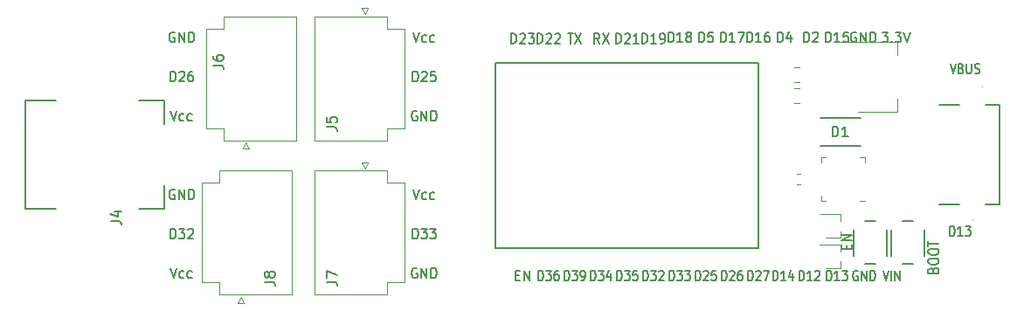
<source format=gbr>
G04 #@! TF.GenerationSoftware,KiCad,Pcbnew,(5.0.2)-1*
G04 #@! TF.CreationDate,2021-04-18T22:49:00+09:00*
G04 #@! TF.ProjectId,ESP32_LED,45535033-325f-44c4-9544-2e6b69636164,rev?*
G04 #@! TF.SameCoordinates,Original*
G04 #@! TF.FileFunction,Legend,Top*
G04 #@! TF.FilePolarity,Positive*
%FSLAX46Y46*%
G04 Gerber Fmt 4.6, Leading zero omitted, Abs format (unit mm)*
G04 Created by KiCad (PCBNEW (5.0.2)-1) date 2021/04/18 22:49:00*
%MOMM*%
%LPD*%
G01*
G04 APERTURE LIST*
%ADD10C,0.150000*%
%ADD11C,0.120000*%
%ADD12C,0.100000*%
G04 APERTURE END LIST*
D10*
X128219285Y-96020000D02*
X128133571Y-95972380D01*
X128005000Y-95972380D01*
X127876428Y-96020000D01*
X127790714Y-96115238D01*
X127747857Y-96210476D01*
X127705000Y-96400952D01*
X127705000Y-96543809D01*
X127747857Y-96734285D01*
X127790714Y-96829523D01*
X127876428Y-96924761D01*
X128005000Y-96972380D01*
X128090714Y-96972380D01*
X128219285Y-96924761D01*
X128262142Y-96877142D01*
X128262142Y-96543809D01*
X128090714Y-96543809D01*
X128647857Y-96972380D02*
X128647857Y-95972380D01*
X129162142Y-96972380D01*
X129162142Y-95972380D01*
X129590714Y-96972380D02*
X129590714Y-95972380D01*
X129805000Y-95972380D01*
X129933571Y-96020000D01*
X130019285Y-96115238D01*
X130062142Y-96210476D01*
X130105000Y-96400952D01*
X130105000Y-96543809D01*
X130062142Y-96734285D01*
X130019285Y-96829523D01*
X129933571Y-96924761D01*
X129805000Y-96972380D01*
X129590714Y-96972380D01*
X128219285Y-80780000D02*
X128133571Y-80732380D01*
X128005000Y-80732380D01*
X127876428Y-80780000D01*
X127790714Y-80875238D01*
X127747857Y-80970476D01*
X127705000Y-81160952D01*
X127705000Y-81303809D01*
X127747857Y-81494285D01*
X127790714Y-81589523D01*
X127876428Y-81684761D01*
X128005000Y-81732380D01*
X128090714Y-81732380D01*
X128219285Y-81684761D01*
X128262142Y-81637142D01*
X128262142Y-81303809D01*
X128090714Y-81303809D01*
X128647857Y-81732380D02*
X128647857Y-80732380D01*
X129162142Y-81732380D01*
X129162142Y-80732380D01*
X129590714Y-81732380D02*
X129590714Y-80732380D01*
X129805000Y-80732380D01*
X129933571Y-80780000D01*
X130019285Y-80875238D01*
X130062142Y-80970476D01*
X130105000Y-81160952D01*
X130105000Y-81303809D01*
X130062142Y-81494285D01*
X130019285Y-81589523D01*
X129933571Y-81684761D01*
X129805000Y-81732380D01*
X129590714Y-81732380D01*
X127833571Y-73112380D02*
X128133571Y-74112380D01*
X128433571Y-73112380D01*
X129119285Y-74064761D02*
X129033571Y-74112380D01*
X128862142Y-74112380D01*
X128776428Y-74064761D01*
X128733571Y-74017142D01*
X128690714Y-73921904D01*
X128690714Y-73636190D01*
X128733571Y-73540952D01*
X128776428Y-73493333D01*
X128862142Y-73445714D01*
X129033571Y-73445714D01*
X129119285Y-73493333D01*
X129890714Y-74064761D02*
X129805000Y-74112380D01*
X129633571Y-74112380D01*
X129547857Y-74064761D01*
X129505000Y-74017142D01*
X129462142Y-73921904D01*
X129462142Y-73636190D01*
X129505000Y-73540952D01*
X129547857Y-73493333D01*
X129633571Y-73445714D01*
X129805000Y-73445714D01*
X129890714Y-73493333D01*
X127833571Y-88352380D02*
X128133571Y-89352380D01*
X128433571Y-88352380D01*
X129119285Y-89304761D02*
X129033571Y-89352380D01*
X128862142Y-89352380D01*
X128776428Y-89304761D01*
X128733571Y-89257142D01*
X128690714Y-89161904D01*
X128690714Y-88876190D01*
X128733571Y-88780952D01*
X128776428Y-88733333D01*
X128862142Y-88685714D01*
X129033571Y-88685714D01*
X129119285Y-88733333D01*
X129890714Y-89304761D02*
X129805000Y-89352380D01*
X129633571Y-89352380D01*
X129547857Y-89304761D01*
X129505000Y-89257142D01*
X129462142Y-89161904D01*
X129462142Y-88876190D01*
X129505000Y-88780952D01*
X129547857Y-88733333D01*
X129633571Y-88685714D01*
X129805000Y-88685714D01*
X129890714Y-88733333D01*
X104338571Y-80732380D02*
X104638571Y-81732380D01*
X104938571Y-80732380D01*
X105624285Y-81684761D02*
X105538571Y-81732380D01*
X105367142Y-81732380D01*
X105281428Y-81684761D01*
X105238571Y-81637142D01*
X105195714Y-81541904D01*
X105195714Y-81256190D01*
X105238571Y-81160952D01*
X105281428Y-81113333D01*
X105367142Y-81065714D01*
X105538571Y-81065714D01*
X105624285Y-81113333D01*
X106395714Y-81684761D02*
X106310000Y-81732380D01*
X106138571Y-81732380D01*
X106052857Y-81684761D01*
X106010000Y-81637142D01*
X105967142Y-81541904D01*
X105967142Y-81256190D01*
X106010000Y-81160952D01*
X106052857Y-81113333D01*
X106138571Y-81065714D01*
X106310000Y-81065714D01*
X106395714Y-81113333D01*
X179889333Y-76160380D02*
X180156000Y-77160380D01*
X180422666Y-76160380D01*
X180956000Y-76636571D02*
X181070285Y-76684190D01*
X181108380Y-76731809D01*
X181146476Y-76827047D01*
X181146476Y-76969904D01*
X181108380Y-77065142D01*
X181070285Y-77112761D01*
X180994095Y-77160380D01*
X180689333Y-77160380D01*
X180689333Y-76160380D01*
X180956000Y-76160380D01*
X181032190Y-76208000D01*
X181070285Y-76255619D01*
X181108380Y-76350857D01*
X181108380Y-76446095D01*
X181070285Y-76541333D01*
X181032190Y-76588952D01*
X180956000Y-76636571D01*
X180689333Y-76636571D01*
X181489333Y-76160380D02*
X181489333Y-76969904D01*
X181527428Y-77065142D01*
X181565523Y-77112761D01*
X181641714Y-77160380D01*
X181794095Y-77160380D01*
X181870285Y-77112761D01*
X181908380Y-77065142D01*
X181946476Y-76969904D01*
X181946476Y-76160380D01*
X182289333Y-77112761D02*
X182403619Y-77160380D01*
X182594095Y-77160380D01*
X182670285Y-77112761D01*
X182708380Y-77065142D01*
X182746476Y-76969904D01*
X182746476Y-76874666D01*
X182708380Y-76779428D01*
X182670285Y-76731809D01*
X182594095Y-76684190D01*
X182441714Y-76636571D01*
X182365523Y-76588952D01*
X182327428Y-76541333D01*
X182289333Y-76446095D01*
X182289333Y-76350857D01*
X182327428Y-76255619D01*
X182365523Y-76208000D01*
X182441714Y-76160380D01*
X182632190Y-76160380D01*
X182746476Y-76208000D01*
X179876571Y-92908380D02*
X179876571Y-91908380D01*
X180067047Y-91908380D01*
X180181333Y-91956000D01*
X180257523Y-92051238D01*
X180295619Y-92146476D01*
X180333714Y-92336952D01*
X180333714Y-92479809D01*
X180295619Y-92670285D01*
X180257523Y-92765523D01*
X180181333Y-92860761D01*
X180067047Y-92908380D01*
X179876571Y-92908380D01*
X181095619Y-92908380D02*
X180638476Y-92908380D01*
X180867047Y-92908380D02*
X180867047Y-91908380D01*
X180790857Y-92051238D01*
X180714666Y-92146476D01*
X180638476Y-92194095D01*
X181362285Y-91908380D02*
X181857523Y-91908380D01*
X181590857Y-92289333D01*
X181705142Y-92289333D01*
X181781333Y-92336952D01*
X181819428Y-92384571D01*
X181857523Y-92479809D01*
X181857523Y-92717904D01*
X181819428Y-92813142D01*
X181781333Y-92860761D01*
X181705142Y-92908380D01*
X181476571Y-92908380D01*
X181400380Y-92860761D01*
X181362285Y-92813142D01*
X173296428Y-73112380D02*
X173853571Y-73112380D01*
X173553571Y-73493333D01*
X173682142Y-73493333D01*
X173767857Y-73540952D01*
X173810714Y-73588571D01*
X173853571Y-73683809D01*
X173853571Y-73921904D01*
X173810714Y-74017142D01*
X173767857Y-74064761D01*
X173682142Y-74112380D01*
X173425000Y-74112380D01*
X173339285Y-74064761D01*
X173296428Y-74017142D01*
X174239285Y-74017142D02*
X174282142Y-74064761D01*
X174239285Y-74112380D01*
X174196428Y-74064761D01*
X174239285Y-74017142D01*
X174239285Y-74112380D01*
X174582142Y-73112380D02*
X175139285Y-73112380D01*
X174839285Y-73493333D01*
X174967857Y-73493333D01*
X175053571Y-73540952D01*
X175096428Y-73588571D01*
X175139285Y-73683809D01*
X175139285Y-73921904D01*
X175096428Y-74017142D01*
X175053571Y-74064761D01*
X174967857Y-74112380D01*
X174710714Y-74112380D01*
X174625000Y-74064761D01*
X174582142Y-74017142D01*
X175396428Y-73112380D02*
X175696428Y-74112380D01*
X175996428Y-73112380D01*
X170764285Y-73160000D02*
X170678571Y-73112380D01*
X170550000Y-73112380D01*
X170421428Y-73160000D01*
X170335714Y-73255238D01*
X170292857Y-73350476D01*
X170250000Y-73540952D01*
X170250000Y-73683809D01*
X170292857Y-73874285D01*
X170335714Y-73969523D01*
X170421428Y-74064761D01*
X170550000Y-74112380D01*
X170635714Y-74112380D01*
X170764285Y-74064761D01*
X170807142Y-74017142D01*
X170807142Y-73683809D01*
X170635714Y-73683809D01*
X171192857Y-74112380D02*
X171192857Y-73112380D01*
X171707142Y-74112380D01*
X171707142Y-73112380D01*
X172135714Y-74112380D02*
X172135714Y-73112380D01*
X172350000Y-73112380D01*
X172478571Y-73160000D01*
X172564285Y-73255238D01*
X172607142Y-73350476D01*
X172650000Y-73540952D01*
X172650000Y-73683809D01*
X172607142Y-73874285D01*
X172564285Y-73969523D01*
X172478571Y-74064761D01*
X172350000Y-74112380D01*
X172135714Y-74112380D01*
X167817142Y-74112380D02*
X167817142Y-73112380D01*
X168031428Y-73112380D01*
X168160000Y-73160000D01*
X168245714Y-73255238D01*
X168288571Y-73350476D01*
X168331428Y-73540952D01*
X168331428Y-73683809D01*
X168288571Y-73874285D01*
X168245714Y-73969523D01*
X168160000Y-74064761D01*
X168031428Y-74112380D01*
X167817142Y-74112380D01*
X169188571Y-74112380D02*
X168674285Y-74112380D01*
X168931428Y-74112380D02*
X168931428Y-73112380D01*
X168845714Y-73255238D01*
X168760000Y-73350476D01*
X168674285Y-73398095D01*
X170002857Y-73112380D02*
X169574285Y-73112380D01*
X169531428Y-73588571D01*
X169574285Y-73540952D01*
X169660000Y-73493333D01*
X169874285Y-73493333D01*
X169960000Y-73540952D01*
X170002857Y-73588571D01*
X170045714Y-73683809D01*
X170045714Y-73921904D01*
X170002857Y-74017142D01*
X169960000Y-74064761D01*
X169874285Y-74112380D01*
X169660000Y-74112380D01*
X169574285Y-74064761D01*
X169531428Y-74017142D01*
X165705714Y-74112380D02*
X165705714Y-73112380D01*
X165920000Y-73112380D01*
X166048571Y-73160000D01*
X166134285Y-73255238D01*
X166177142Y-73350476D01*
X166220000Y-73540952D01*
X166220000Y-73683809D01*
X166177142Y-73874285D01*
X166134285Y-73969523D01*
X166048571Y-74064761D01*
X165920000Y-74112380D01*
X165705714Y-74112380D01*
X166562857Y-73207619D02*
X166605714Y-73160000D01*
X166691428Y-73112380D01*
X166905714Y-73112380D01*
X166991428Y-73160000D01*
X167034285Y-73207619D01*
X167077142Y-73302857D01*
X167077142Y-73398095D01*
X167034285Y-73540952D01*
X166520000Y-74112380D01*
X167077142Y-74112380D01*
X163165714Y-74112380D02*
X163165714Y-73112380D01*
X163380000Y-73112380D01*
X163508571Y-73160000D01*
X163594285Y-73255238D01*
X163637142Y-73350476D01*
X163680000Y-73540952D01*
X163680000Y-73683809D01*
X163637142Y-73874285D01*
X163594285Y-73969523D01*
X163508571Y-74064761D01*
X163380000Y-74112380D01*
X163165714Y-74112380D01*
X164451428Y-73445714D02*
X164451428Y-74112380D01*
X164237142Y-73064761D02*
X164022857Y-73779047D01*
X164580000Y-73779047D01*
X160197142Y-74112380D02*
X160197142Y-73112380D01*
X160411428Y-73112380D01*
X160540000Y-73160000D01*
X160625714Y-73255238D01*
X160668571Y-73350476D01*
X160711428Y-73540952D01*
X160711428Y-73683809D01*
X160668571Y-73874285D01*
X160625714Y-73969523D01*
X160540000Y-74064761D01*
X160411428Y-74112380D01*
X160197142Y-74112380D01*
X161568571Y-74112380D02*
X161054285Y-74112380D01*
X161311428Y-74112380D02*
X161311428Y-73112380D01*
X161225714Y-73255238D01*
X161140000Y-73350476D01*
X161054285Y-73398095D01*
X162340000Y-73112380D02*
X162168571Y-73112380D01*
X162082857Y-73160000D01*
X162040000Y-73207619D01*
X161954285Y-73350476D01*
X161911428Y-73540952D01*
X161911428Y-73921904D01*
X161954285Y-74017142D01*
X161997142Y-74064761D01*
X162082857Y-74112380D01*
X162254285Y-74112380D01*
X162340000Y-74064761D01*
X162382857Y-74017142D01*
X162425714Y-73921904D01*
X162425714Y-73683809D01*
X162382857Y-73588571D01*
X162340000Y-73540952D01*
X162254285Y-73493333D01*
X162082857Y-73493333D01*
X161997142Y-73540952D01*
X161954285Y-73588571D01*
X161911428Y-73683809D01*
X157657142Y-74112380D02*
X157657142Y-73112380D01*
X157871428Y-73112380D01*
X158000000Y-73160000D01*
X158085714Y-73255238D01*
X158128571Y-73350476D01*
X158171428Y-73540952D01*
X158171428Y-73683809D01*
X158128571Y-73874285D01*
X158085714Y-73969523D01*
X158000000Y-74064761D01*
X157871428Y-74112380D01*
X157657142Y-74112380D01*
X159028571Y-74112380D02*
X158514285Y-74112380D01*
X158771428Y-74112380D02*
X158771428Y-73112380D01*
X158685714Y-73255238D01*
X158600000Y-73350476D01*
X158514285Y-73398095D01*
X159328571Y-73112380D02*
X159928571Y-73112380D01*
X159542857Y-74112380D01*
X155545714Y-74112380D02*
X155545714Y-73112380D01*
X155760000Y-73112380D01*
X155888571Y-73160000D01*
X155974285Y-73255238D01*
X156017142Y-73350476D01*
X156060000Y-73540952D01*
X156060000Y-73683809D01*
X156017142Y-73874285D01*
X155974285Y-73969523D01*
X155888571Y-74064761D01*
X155760000Y-74112380D01*
X155545714Y-74112380D01*
X156874285Y-73112380D02*
X156445714Y-73112380D01*
X156402857Y-73588571D01*
X156445714Y-73540952D01*
X156531428Y-73493333D01*
X156745714Y-73493333D01*
X156831428Y-73540952D01*
X156874285Y-73588571D01*
X156917142Y-73683809D01*
X156917142Y-73921904D01*
X156874285Y-74017142D01*
X156831428Y-74064761D01*
X156745714Y-74112380D01*
X156531428Y-74112380D01*
X156445714Y-74064761D01*
X156402857Y-74017142D01*
X152577142Y-74112380D02*
X152577142Y-73112380D01*
X152791428Y-73112380D01*
X152920000Y-73160000D01*
X153005714Y-73255238D01*
X153048571Y-73350476D01*
X153091428Y-73540952D01*
X153091428Y-73683809D01*
X153048571Y-73874285D01*
X153005714Y-73969523D01*
X152920000Y-74064761D01*
X152791428Y-74112380D01*
X152577142Y-74112380D01*
X153948571Y-74112380D02*
X153434285Y-74112380D01*
X153691428Y-74112380D02*
X153691428Y-73112380D01*
X153605714Y-73255238D01*
X153520000Y-73350476D01*
X153434285Y-73398095D01*
X154462857Y-73540952D02*
X154377142Y-73493333D01*
X154334285Y-73445714D01*
X154291428Y-73350476D01*
X154291428Y-73302857D01*
X154334285Y-73207619D01*
X154377142Y-73160000D01*
X154462857Y-73112380D01*
X154634285Y-73112380D01*
X154720000Y-73160000D01*
X154762857Y-73207619D01*
X154805714Y-73302857D01*
X154805714Y-73350476D01*
X154762857Y-73445714D01*
X154720000Y-73493333D01*
X154634285Y-73540952D01*
X154462857Y-73540952D01*
X154377142Y-73588571D01*
X154334285Y-73636190D01*
X154291428Y-73731428D01*
X154291428Y-73921904D01*
X154334285Y-74017142D01*
X154377142Y-74064761D01*
X154462857Y-74112380D01*
X154634285Y-74112380D01*
X154720000Y-74064761D01*
X154762857Y-74017142D01*
X154805714Y-73921904D01*
X154805714Y-73731428D01*
X154762857Y-73636190D01*
X154720000Y-73588571D01*
X154634285Y-73540952D01*
X150037142Y-74239380D02*
X150037142Y-73239380D01*
X150251428Y-73239380D01*
X150380000Y-73287000D01*
X150465714Y-73382238D01*
X150508571Y-73477476D01*
X150551428Y-73667952D01*
X150551428Y-73810809D01*
X150508571Y-74001285D01*
X150465714Y-74096523D01*
X150380000Y-74191761D01*
X150251428Y-74239380D01*
X150037142Y-74239380D01*
X151408571Y-74239380D02*
X150894285Y-74239380D01*
X151151428Y-74239380D02*
X151151428Y-73239380D01*
X151065714Y-73382238D01*
X150980000Y-73477476D01*
X150894285Y-73525095D01*
X151837142Y-74239380D02*
X152008571Y-74239380D01*
X152094285Y-74191761D01*
X152137142Y-74144142D01*
X152222857Y-74001285D01*
X152265714Y-73810809D01*
X152265714Y-73429857D01*
X152222857Y-73334619D01*
X152180000Y-73287000D01*
X152094285Y-73239380D01*
X151922857Y-73239380D01*
X151837142Y-73287000D01*
X151794285Y-73334619D01*
X151751428Y-73429857D01*
X151751428Y-73667952D01*
X151794285Y-73763190D01*
X151837142Y-73810809D01*
X151922857Y-73858428D01*
X152094285Y-73858428D01*
X152180000Y-73810809D01*
X152222857Y-73763190D01*
X152265714Y-73667952D01*
X147497142Y-74239380D02*
X147497142Y-73239380D01*
X147711428Y-73239380D01*
X147840000Y-73287000D01*
X147925714Y-73382238D01*
X147968571Y-73477476D01*
X148011428Y-73667952D01*
X148011428Y-73810809D01*
X147968571Y-74001285D01*
X147925714Y-74096523D01*
X147840000Y-74191761D01*
X147711428Y-74239380D01*
X147497142Y-74239380D01*
X148354285Y-73334619D02*
X148397142Y-73287000D01*
X148482857Y-73239380D01*
X148697142Y-73239380D01*
X148782857Y-73287000D01*
X148825714Y-73334619D01*
X148868571Y-73429857D01*
X148868571Y-73525095D01*
X148825714Y-73667952D01*
X148311428Y-74239380D01*
X148868571Y-74239380D01*
X149725714Y-74239380D02*
X149211428Y-74239380D01*
X149468571Y-74239380D02*
X149468571Y-73239380D01*
X149382857Y-73382238D01*
X149297142Y-73477476D01*
X149211428Y-73525095D01*
X145900000Y-74239380D02*
X145600000Y-73763190D01*
X145385714Y-74239380D02*
X145385714Y-73239380D01*
X145728571Y-73239380D01*
X145814285Y-73287000D01*
X145857142Y-73334619D01*
X145900000Y-73429857D01*
X145900000Y-73572714D01*
X145857142Y-73667952D01*
X145814285Y-73715571D01*
X145728571Y-73763190D01*
X145385714Y-73763190D01*
X146200000Y-73239380D02*
X146800000Y-74239380D01*
X146800000Y-73239380D02*
X146200000Y-74239380D01*
X142824285Y-73239380D02*
X143338571Y-73239380D01*
X143081428Y-74239380D02*
X143081428Y-73239380D01*
X143552857Y-73239380D02*
X144152857Y-74239380D01*
X144152857Y-73239380D02*
X143552857Y-74239380D01*
X139877142Y-74239380D02*
X139877142Y-73239380D01*
X140091428Y-73239380D01*
X140220000Y-73287000D01*
X140305714Y-73382238D01*
X140348571Y-73477476D01*
X140391428Y-73667952D01*
X140391428Y-73810809D01*
X140348571Y-74001285D01*
X140305714Y-74096523D01*
X140220000Y-74191761D01*
X140091428Y-74239380D01*
X139877142Y-74239380D01*
X140734285Y-73334619D02*
X140777142Y-73287000D01*
X140862857Y-73239380D01*
X141077142Y-73239380D01*
X141162857Y-73287000D01*
X141205714Y-73334619D01*
X141248571Y-73429857D01*
X141248571Y-73525095D01*
X141205714Y-73667952D01*
X140691428Y-74239380D01*
X141248571Y-74239380D01*
X141591428Y-73334619D02*
X141634285Y-73287000D01*
X141720000Y-73239380D01*
X141934285Y-73239380D01*
X142020000Y-73287000D01*
X142062857Y-73334619D01*
X142105714Y-73429857D01*
X142105714Y-73525095D01*
X142062857Y-73667952D01*
X141548571Y-74239380D01*
X142105714Y-74239380D01*
X137337142Y-74239380D02*
X137337142Y-73239380D01*
X137551428Y-73239380D01*
X137680000Y-73287000D01*
X137765714Y-73382238D01*
X137808571Y-73477476D01*
X137851428Y-73667952D01*
X137851428Y-73810809D01*
X137808571Y-74001285D01*
X137765714Y-74096523D01*
X137680000Y-74191761D01*
X137551428Y-74239380D01*
X137337142Y-74239380D01*
X138194285Y-73334619D02*
X138237142Y-73287000D01*
X138322857Y-73239380D01*
X138537142Y-73239380D01*
X138622857Y-73287000D01*
X138665714Y-73334619D01*
X138708571Y-73429857D01*
X138708571Y-73525095D01*
X138665714Y-73667952D01*
X138151428Y-74239380D01*
X138708571Y-74239380D01*
X139008571Y-73239380D02*
X139565714Y-73239380D01*
X139265714Y-73620333D01*
X139394285Y-73620333D01*
X139480000Y-73667952D01*
X139522857Y-73715571D01*
X139565714Y-73810809D01*
X139565714Y-74048904D01*
X139522857Y-74144142D01*
X139480000Y-74191761D01*
X139394285Y-74239380D01*
X139137142Y-74239380D01*
X139051428Y-74191761D01*
X139008571Y-74144142D01*
X104724285Y-88400000D02*
X104638571Y-88352380D01*
X104510000Y-88352380D01*
X104381428Y-88400000D01*
X104295714Y-88495238D01*
X104252857Y-88590476D01*
X104210000Y-88780952D01*
X104210000Y-88923809D01*
X104252857Y-89114285D01*
X104295714Y-89209523D01*
X104381428Y-89304761D01*
X104510000Y-89352380D01*
X104595714Y-89352380D01*
X104724285Y-89304761D01*
X104767142Y-89257142D01*
X104767142Y-88923809D01*
X104595714Y-88923809D01*
X105152857Y-89352380D02*
X105152857Y-88352380D01*
X105667142Y-89352380D01*
X105667142Y-88352380D01*
X106095714Y-89352380D02*
X106095714Y-88352380D01*
X106310000Y-88352380D01*
X106438571Y-88400000D01*
X106524285Y-88495238D01*
X106567142Y-88590476D01*
X106610000Y-88780952D01*
X106610000Y-88923809D01*
X106567142Y-89114285D01*
X106524285Y-89209523D01*
X106438571Y-89304761D01*
X106310000Y-89352380D01*
X106095714Y-89352380D01*
X104724285Y-73160000D02*
X104638571Y-73112380D01*
X104510000Y-73112380D01*
X104381428Y-73160000D01*
X104295714Y-73255238D01*
X104252857Y-73350476D01*
X104210000Y-73540952D01*
X104210000Y-73683809D01*
X104252857Y-73874285D01*
X104295714Y-73969523D01*
X104381428Y-74064761D01*
X104510000Y-74112380D01*
X104595714Y-74112380D01*
X104724285Y-74064761D01*
X104767142Y-74017142D01*
X104767142Y-73683809D01*
X104595714Y-73683809D01*
X105152857Y-74112380D02*
X105152857Y-73112380D01*
X105667142Y-74112380D01*
X105667142Y-73112380D01*
X106095714Y-74112380D02*
X106095714Y-73112380D01*
X106310000Y-73112380D01*
X106438571Y-73160000D01*
X106524285Y-73255238D01*
X106567142Y-73350476D01*
X106610000Y-73540952D01*
X106610000Y-73683809D01*
X106567142Y-73874285D01*
X106524285Y-73969523D01*
X106438571Y-74064761D01*
X106310000Y-74112380D01*
X106095714Y-74112380D01*
X104338571Y-95972380D02*
X104638571Y-96972380D01*
X104938571Y-95972380D01*
X105624285Y-96924761D02*
X105538571Y-96972380D01*
X105367142Y-96972380D01*
X105281428Y-96924761D01*
X105238571Y-96877142D01*
X105195714Y-96781904D01*
X105195714Y-96496190D01*
X105238571Y-96400952D01*
X105281428Y-96353333D01*
X105367142Y-96305714D01*
X105538571Y-96305714D01*
X105624285Y-96353333D01*
X106395714Y-96924761D02*
X106310000Y-96972380D01*
X106138571Y-96972380D01*
X106052857Y-96924761D01*
X106010000Y-96877142D01*
X105967142Y-96781904D01*
X105967142Y-96496190D01*
X106010000Y-96400952D01*
X106052857Y-96353333D01*
X106138571Y-96305714D01*
X106310000Y-96305714D01*
X106395714Y-96353333D01*
X178236571Y-96217428D02*
X178284190Y-96088857D01*
X178331809Y-96046000D01*
X178427047Y-96003142D01*
X178569904Y-96003142D01*
X178665142Y-96046000D01*
X178712761Y-96088857D01*
X178760380Y-96174571D01*
X178760380Y-96517428D01*
X177760380Y-96517428D01*
X177760380Y-96217428D01*
X177808000Y-96131714D01*
X177855619Y-96088857D01*
X177950857Y-96046000D01*
X178046095Y-96046000D01*
X178141333Y-96088857D01*
X178188952Y-96131714D01*
X178236571Y-96217428D01*
X178236571Y-96517428D01*
X177760380Y-95446000D02*
X177760380Y-95274571D01*
X177808000Y-95188857D01*
X177903238Y-95103142D01*
X178093714Y-95060285D01*
X178427047Y-95060285D01*
X178617523Y-95103142D01*
X178712761Y-95188857D01*
X178760380Y-95274571D01*
X178760380Y-95446000D01*
X178712761Y-95531714D01*
X178617523Y-95617428D01*
X178427047Y-95660285D01*
X178093714Y-95660285D01*
X177903238Y-95617428D01*
X177808000Y-95531714D01*
X177760380Y-95446000D01*
X177760380Y-94503142D02*
X177760380Y-94331714D01*
X177808000Y-94246000D01*
X177903238Y-94160285D01*
X178093714Y-94117428D01*
X178427047Y-94117428D01*
X178617523Y-94160285D01*
X178712761Y-94246000D01*
X178760380Y-94331714D01*
X178760380Y-94503142D01*
X178712761Y-94588857D01*
X178617523Y-94674571D01*
X178427047Y-94717428D01*
X178093714Y-94717428D01*
X177903238Y-94674571D01*
X177808000Y-94588857D01*
X177760380Y-94503142D01*
X177760380Y-93860285D02*
X177760380Y-93346000D01*
X178760380Y-93603142D02*
X177760380Y-93603142D01*
X169854571Y-94136285D02*
X169854571Y-93836285D01*
X170378380Y-93707714D02*
X170378380Y-94136285D01*
X169378380Y-94136285D01*
X169378380Y-93707714D01*
X170378380Y-93322000D02*
X169378380Y-93322000D01*
X170378380Y-92807714D01*
X169378380Y-92807714D01*
X104317142Y-93162380D02*
X104317142Y-92162380D01*
X104531428Y-92162380D01*
X104660000Y-92210000D01*
X104745714Y-92305238D01*
X104788571Y-92400476D01*
X104831428Y-92590952D01*
X104831428Y-92733809D01*
X104788571Y-92924285D01*
X104745714Y-93019523D01*
X104660000Y-93114761D01*
X104531428Y-93162380D01*
X104317142Y-93162380D01*
X105131428Y-92162380D02*
X105688571Y-92162380D01*
X105388571Y-92543333D01*
X105517142Y-92543333D01*
X105602857Y-92590952D01*
X105645714Y-92638571D01*
X105688571Y-92733809D01*
X105688571Y-92971904D01*
X105645714Y-93067142D01*
X105602857Y-93114761D01*
X105517142Y-93162380D01*
X105260000Y-93162380D01*
X105174285Y-93114761D01*
X105131428Y-93067142D01*
X106031428Y-92257619D02*
X106074285Y-92210000D01*
X106160000Y-92162380D01*
X106374285Y-92162380D01*
X106460000Y-92210000D01*
X106502857Y-92257619D01*
X106545714Y-92352857D01*
X106545714Y-92448095D01*
X106502857Y-92590952D01*
X105988571Y-93162380D01*
X106545714Y-93162380D01*
X127812142Y-93162380D02*
X127812142Y-92162380D01*
X128026428Y-92162380D01*
X128155000Y-92210000D01*
X128240714Y-92305238D01*
X128283571Y-92400476D01*
X128326428Y-92590952D01*
X128326428Y-92733809D01*
X128283571Y-92924285D01*
X128240714Y-93019523D01*
X128155000Y-93114761D01*
X128026428Y-93162380D01*
X127812142Y-93162380D01*
X128626428Y-92162380D02*
X129183571Y-92162380D01*
X128883571Y-92543333D01*
X129012142Y-92543333D01*
X129097857Y-92590952D01*
X129140714Y-92638571D01*
X129183571Y-92733809D01*
X129183571Y-92971904D01*
X129140714Y-93067142D01*
X129097857Y-93114761D01*
X129012142Y-93162380D01*
X128755000Y-93162380D01*
X128669285Y-93114761D01*
X128626428Y-93067142D01*
X129483571Y-92162380D02*
X130040714Y-92162380D01*
X129740714Y-92543333D01*
X129869285Y-92543333D01*
X129955000Y-92590952D01*
X129997857Y-92638571D01*
X130040714Y-92733809D01*
X130040714Y-92971904D01*
X129997857Y-93067142D01*
X129955000Y-93114761D01*
X129869285Y-93162380D01*
X129612142Y-93162380D01*
X129526428Y-93114761D01*
X129483571Y-93067142D01*
X104317142Y-77922380D02*
X104317142Y-76922380D01*
X104531428Y-76922380D01*
X104660000Y-76970000D01*
X104745714Y-77065238D01*
X104788571Y-77160476D01*
X104831428Y-77350952D01*
X104831428Y-77493809D01*
X104788571Y-77684285D01*
X104745714Y-77779523D01*
X104660000Y-77874761D01*
X104531428Y-77922380D01*
X104317142Y-77922380D01*
X105174285Y-77017619D02*
X105217142Y-76970000D01*
X105302857Y-76922380D01*
X105517142Y-76922380D01*
X105602857Y-76970000D01*
X105645714Y-77017619D01*
X105688571Y-77112857D01*
X105688571Y-77208095D01*
X105645714Y-77350952D01*
X105131428Y-77922380D01*
X105688571Y-77922380D01*
X106460000Y-76922380D02*
X106288571Y-76922380D01*
X106202857Y-76970000D01*
X106160000Y-77017619D01*
X106074285Y-77160476D01*
X106031428Y-77350952D01*
X106031428Y-77731904D01*
X106074285Y-77827142D01*
X106117142Y-77874761D01*
X106202857Y-77922380D01*
X106374285Y-77922380D01*
X106460000Y-77874761D01*
X106502857Y-77827142D01*
X106545714Y-77731904D01*
X106545714Y-77493809D01*
X106502857Y-77398571D01*
X106460000Y-77350952D01*
X106374285Y-77303333D01*
X106202857Y-77303333D01*
X106117142Y-77350952D01*
X106074285Y-77398571D01*
X106031428Y-77493809D01*
X127812142Y-77922380D02*
X127812142Y-76922380D01*
X128026428Y-76922380D01*
X128155000Y-76970000D01*
X128240714Y-77065238D01*
X128283571Y-77160476D01*
X128326428Y-77350952D01*
X128326428Y-77493809D01*
X128283571Y-77684285D01*
X128240714Y-77779523D01*
X128155000Y-77874761D01*
X128026428Y-77922380D01*
X127812142Y-77922380D01*
X128669285Y-77017619D02*
X128712142Y-76970000D01*
X128797857Y-76922380D01*
X129012142Y-76922380D01*
X129097857Y-76970000D01*
X129140714Y-77017619D01*
X129183571Y-77112857D01*
X129183571Y-77208095D01*
X129140714Y-77350952D01*
X128626428Y-77922380D01*
X129183571Y-77922380D01*
X129997857Y-76922380D02*
X129569285Y-76922380D01*
X129526428Y-77398571D01*
X129569285Y-77350952D01*
X129655000Y-77303333D01*
X129869285Y-77303333D01*
X129955000Y-77350952D01*
X129997857Y-77398571D01*
X130040714Y-77493809D01*
X130040714Y-77731904D01*
X129997857Y-77827142D01*
X129955000Y-77874761D01*
X129869285Y-77922380D01*
X129655000Y-77922380D01*
X129569285Y-77874761D01*
X129526428Y-77827142D01*
X137765714Y-96702571D02*
X138065714Y-96702571D01*
X138194285Y-97226380D02*
X137765714Y-97226380D01*
X137765714Y-96226380D01*
X138194285Y-96226380D01*
X138580000Y-97226380D02*
X138580000Y-96226380D01*
X139094285Y-97226380D01*
X139094285Y-96226380D01*
X139998571Y-97226380D02*
X139998571Y-96226380D01*
X140189047Y-96226380D01*
X140303333Y-96274000D01*
X140379523Y-96369238D01*
X140417619Y-96464476D01*
X140455714Y-96654952D01*
X140455714Y-96797809D01*
X140417619Y-96988285D01*
X140379523Y-97083523D01*
X140303333Y-97178761D01*
X140189047Y-97226380D01*
X139998571Y-97226380D01*
X140722380Y-96226380D02*
X141217619Y-96226380D01*
X140950952Y-96607333D01*
X141065238Y-96607333D01*
X141141428Y-96654952D01*
X141179523Y-96702571D01*
X141217619Y-96797809D01*
X141217619Y-97035904D01*
X141179523Y-97131142D01*
X141141428Y-97178761D01*
X141065238Y-97226380D01*
X140836666Y-97226380D01*
X140760476Y-97178761D01*
X140722380Y-97131142D01*
X141903333Y-96226380D02*
X141750952Y-96226380D01*
X141674761Y-96274000D01*
X141636666Y-96321619D01*
X141560476Y-96464476D01*
X141522380Y-96654952D01*
X141522380Y-97035904D01*
X141560476Y-97131142D01*
X141598571Y-97178761D01*
X141674761Y-97226380D01*
X141827142Y-97226380D01*
X141903333Y-97178761D01*
X141941428Y-97131142D01*
X141979523Y-97035904D01*
X141979523Y-96797809D01*
X141941428Y-96702571D01*
X141903333Y-96654952D01*
X141827142Y-96607333D01*
X141674761Y-96607333D01*
X141598571Y-96654952D01*
X141560476Y-96702571D01*
X141522380Y-96797809D01*
X142538571Y-97226380D02*
X142538571Y-96226380D01*
X142729047Y-96226380D01*
X142843333Y-96274000D01*
X142919523Y-96369238D01*
X142957619Y-96464476D01*
X142995714Y-96654952D01*
X142995714Y-96797809D01*
X142957619Y-96988285D01*
X142919523Y-97083523D01*
X142843333Y-97178761D01*
X142729047Y-97226380D01*
X142538571Y-97226380D01*
X143262380Y-96226380D02*
X143757619Y-96226380D01*
X143490952Y-96607333D01*
X143605238Y-96607333D01*
X143681428Y-96654952D01*
X143719523Y-96702571D01*
X143757619Y-96797809D01*
X143757619Y-97035904D01*
X143719523Y-97131142D01*
X143681428Y-97178761D01*
X143605238Y-97226380D01*
X143376666Y-97226380D01*
X143300476Y-97178761D01*
X143262380Y-97131142D01*
X144138571Y-97226380D02*
X144290952Y-97226380D01*
X144367142Y-97178761D01*
X144405238Y-97131142D01*
X144481428Y-96988285D01*
X144519523Y-96797809D01*
X144519523Y-96416857D01*
X144481428Y-96321619D01*
X144443333Y-96274000D01*
X144367142Y-96226380D01*
X144214761Y-96226380D01*
X144138571Y-96274000D01*
X144100476Y-96321619D01*
X144062380Y-96416857D01*
X144062380Y-96654952D01*
X144100476Y-96750190D01*
X144138571Y-96797809D01*
X144214761Y-96845428D01*
X144367142Y-96845428D01*
X144443333Y-96797809D01*
X144481428Y-96750190D01*
X144519523Y-96654952D01*
X145078571Y-97226380D02*
X145078571Y-96226380D01*
X145269047Y-96226380D01*
X145383333Y-96274000D01*
X145459523Y-96369238D01*
X145497619Y-96464476D01*
X145535714Y-96654952D01*
X145535714Y-96797809D01*
X145497619Y-96988285D01*
X145459523Y-97083523D01*
X145383333Y-97178761D01*
X145269047Y-97226380D01*
X145078571Y-97226380D01*
X145802380Y-96226380D02*
X146297619Y-96226380D01*
X146030952Y-96607333D01*
X146145238Y-96607333D01*
X146221428Y-96654952D01*
X146259523Y-96702571D01*
X146297619Y-96797809D01*
X146297619Y-97035904D01*
X146259523Y-97131142D01*
X146221428Y-97178761D01*
X146145238Y-97226380D01*
X145916666Y-97226380D01*
X145840476Y-97178761D01*
X145802380Y-97131142D01*
X146983333Y-96559714D02*
X146983333Y-97226380D01*
X146792857Y-96178761D02*
X146602380Y-96893047D01*
X147097619Y-96893047D01*
X147618571Y-97226380D02*
X147618571Y-96226380D01*
X147809047Y-96226380D01*
X147923333Y-96274000D01*
X147999523Y-96369238D01*
X148037619Y-96464476D01*
X148075714Y-96654952D01*
X148075714Y-96797809D01*
X148037619Y-96988285D01*
X147999523Y-97083523D01*
X147923333Y-97178761D01*
X147809047Y-97226380D01*
X147618571Y-97226380D01*
X148342380Y-96226380D02*
X148837619Y-96226380D01*
X148570952Y-96607333D01*
X148685238Y-96607333D01*
X148761428Y-96654952D01*
X148799523Y-96702571D01*
X148837619Y-96797809D01*
X148837619Y-97035904D01*
X148799523Y-97131142D01*
X148761428Y-97178761D01*
X148685238Y-97226380D01*
X148456666Y-97226380D01*
X148380476Y-97178761D01*
X148342380Y-97131142D01*
X149561428Y-96226380D02*
X149180476Y-96226380D01*
X149142380Y-96702571D01*
X149180476Y-96654952D01*
X149256666Y-96607333D01*
X149447142Y-96607333D01*
X149523333Y-96654952D01*
X149561428Y-96702571D01*
X149599523Y-96797809D01*
X149599523Y-97035904D01*
X149561428Y-97131142D01*
X149523333Y-97178761D01*
X149447142Y-97226380D01*
X149256666Y-97226380D01*
X149180476Y-97178761D01*
X149142380Y-97131142D01*
X150158571Y-97226380D02*
X150158571Y-96226380D01*
X150349047Y-96226380D01*
X150463333Y-96274000D01*
X150539523Y-96369238D01*
X150577619Y-96464476D01*
X150615714Y-96654952D01*
X150615714Y-96797809D01*
X150577619Y-96988285D01*
X150539523Y-97083523D01*
X150463333Y-97178761D01*
X150349047Y-97226380D01*
X150158571Y-97226380D01*
X150882380Y-96226380D02*
X151377619Y-96226380D01*
X151110952Y-96607333D01*
X151225238Y-96607333D01*
X151301428Y-96654952D01*
X151339523Y-96702571D01*
X151377619Y-96797809D01*
X151377619Y-97035904D01*
X151339523Y-97131142D01*
X151301428Y-97178761D01*
X151225238Y-97226380D01*
X150996666Y-97226380D01*
X150920476Y-97178761D01*
X150882380Y-97131142D01*
X151682380Y-96321619D02*
X151720476Y-96274000D01*
X151796666Y-96226380D01*
X151987142Y-96226380D01*
X152063333Y-96274000D01*
X152101428Y-96321619D01*
X152139523Y-96416857D01*
X152139523Y-96512095D01*
X152101428Y-96654952D01*
X151644285Y-97226380D01*
X152139523Y-97226380D01*
X152698571Y-97226380D02*
X152698571Y-96226380D01*
X152889047Y-96226380D01*
X153003333Y-96274000D01*
X153079523Y-96369238D01*
X153117619Y-96464476D01*
X153155714Y-96654952D01*
X153155714Y-96797809D01*
X153117619Y-96988285D01*
X153079523Y-97083523D01*
X153003333Y-97178761D01*
X152889047Y-97226380D01*
X152698571Y-97226380D01*
X153422380Y-96226380D02*
X153917619Y-96226380D01*
X153650952Y-96607333D01*
X153765238Y-96607333D01*
X153841428Y-96654952D01*
X153879523Y-96702571D01*
X153917619Y-96797809D01*
X153917619Y-97035904D01*
X153879523Y-97131142D01*
X153841428Y-97178761D01*
X153765238Y-97226380D01*
X153536666Y-97226380D01*
X153460476Y-97178761D01*
X153422380Y-97131142D01*
X154184285Y-96226380D02*
X154679523Y-96226380D01*
X154412857Y-96607333D01*
X154527142Y-96607333D01*
X154603333Y-96654952D01*
X154641428Y-96702571D01*
X154679523Y-96797809D01*
X154679523Y-97035904D01*
X154641428Y-97131142D01*
X154603333Y-97178761D01*
X154527142Y-97226380D01*
X154298571Y-97226380D01*
X154222380Y-97178761D01*
X154184285Y-97131142D01*
X155238571Y-97226380D02*
X155238571Y-96226380D01*
X155429047Y-96226380D01*
X155543333Y-96274000D01*
X155619523Y-96369238D01*
X155657619Y-96464476D01*
X155695714Y-96654952D01*
X155695714Y-96797809D01*
X155657619Y-96988285D01*
X155619523Y-97083523D01*
X155543333Y-97178761D01*
X155429047Y-97226380D01*
X155238571Y-97226380D01*
X156000476Y-96321619D02*
X156038571Y-96274000D01*
X156114761Y-96226380D01*
X156305238Y-96226380D01*
X156381428Y-96274000D01*
X156419523Y-96321619D01*
X156457619Y-96416857D01*
X156457619Y-96512095D01*
X156419523Y-96654952D01*
X155962380Y-97226380D01*
X156457619Y-97226380D01*
X157181428Y-96226380D02*
X156800476Y-96226380D01*
X156762380Y-96702571D01*
X156800476Y-96654952D01*
X156876666Y-96607333D01*
X157067142Y-96607333D01*
X157143333Y-96654952D01*
X157181428Y-96702571D01*
X157219523Y-96797809D01*
X157219523Y-97035904D01*
X157181428Y-97131142D01*
X157143333Y-97178761D01*
X157067142Y-97226380D01*
X156876666Y-97226380D01*
X156800476Y-97178761D01*
X156762380Y-97131142D01*
X157778571Y-97226380D02*
X157778571Y-96226380D01*
X157969047Y-96226380D01*
X158083333Y-96274000D01*
X158159523Y-96369238D01*
X158197619Y-96464476D01*
X158235714Y-96654952D01*
X158235714Y-96797809D01*
X158197619Y-96988285D01*
X158159523Y-97083523D01*
X158083333Y-97178761D01*
X157969047Y-97226380D01*
X157778571Y-97226380D01*
X158540476Y-96321619D02*
X158578571Y-96274000D01*
X158654761Y-96226380D01*
X158845238Y-96226380D01*
X158921428Y-96274000D01*
X158959523Y-96321619D01*
X158997619Y-96416857D01*
X158997619Y-96512095D01*
X158959523Y-96654952D01*
X158502380Y-97226380D01*
X158997619Y-97226380D01*
X159683333Y-96226380D02*
X159530952Y-96226380D01*
X159454761Y-96274000D01*
X159416666Y-96321619D01*
X159340476Y-96464476D01*
X159302380Y-96654952D01*
X159302380Y-97035904D01*
X159340476Y-97131142D01*
X159378571Y-97178761D01*
X159454761Y-97226380D01*
X159607142Y-97226380D01*
X159683333Y-97178761D01*
X159721428Y-97131142D01*
X159759523Y-97035904D01*
X159759523Y-96797809D01*
X159721428Y-96702571D01*
X159683333Y-96654952D01*
X159607142Y-96607333D01*
X159454761Y-96607333D01*
X159378571Y-96654952D01*
X159340476Y-96702571D01*
X159302380Y-96797809D01*
X160318571Y-97226380D02*
X160318571Y-96226380D01*
X160509047Y-96226380D01*
X160623333Y-96274000D01*
X160699523Y-96369238D01*
X160737619Y-96464476D01*
X160775714Y-96654952D01*
X160775714Y-96797809D01*
X160737619Y-96988285D01*
X160699523Y-97083523D01*
X160623333Y-97178761D01*
X160509047Y-97226380D01*
X160318571Y-97226380D01*
X161080476Y-96321619D02*
X161118571Y-96274000D01*
X161194761Y-96226380D01*
X161385238Y-96226380D01*
X161461428Y-96274000D01*
X161499523Y-96321619D01*
X161537619Y-96416857D01*
X161537619Y-96512095D01*
X161499523Y-96654952D01*
X161042380Y-97226380D01*
X161537619Y-97226380D01*
X161804285Y-96226380D02*
X162337619Y-96226380D01*
X161994761Y-97226380D01*
X162731571Y-97226380D02*
X162731571Y-96226380D01*
X162922047Y-96226380D01*
X163036333Y-96274000D01*
X163112523Y-96369238D01*
X163150619Y-96464476D01*
X163188714Y-96654952D01*
X163188714Y-96797809D01*
X163150619Y-96988285D01*
X163112523Y-97083523D01*
X163036333Y-97178761D01*
X162922047Y-97226380D01*
X162731571Y-97226380D01*
X163950619Y-97226380D02*
X163493476Y-97226380D01*
X163722047Y-97226380D02*
X163722047Y-96226380D01*
X163645857Y-96369238D01*
X163569666Y-96464476D01*
X163493476Y-96512095D01*
X164636333Y-96559714D02*
X164636333Y-97226380D01*
X164445857Y-96178761D02*
X164255380Y-96893047D01*
X164750619Y-96893047D01*
X165271571Y-97226380D02*
X165271571Y-96226380D01*
X165462047Y-96226380D01*
X165576333Y-96274000D01*
X165652523Y-96369238D01*
X165690619Y-96464476D01*
X165728714Y-96654952D01*
X165728714Y-96797809D01*
X165690619Y-96988285D01*
X165652523Y-97083523D01*
X165576333Y-97178761D01*
X165462047Y-97226380D01*
X165271571Y-97226380D01*
X166490619Y-97226380D02*
X166033476Y-97226380D01*
X166262047Y-97226380D02*
X166262047Y-96226380D01*
X166185857Y-96369238D01*
X166109666Y-96464476D01*
X166033476Y-96512095D01*
X166795380Y-96321619D02*
X166833476Y-96274000D01*
X166909666Y-96226380D01*
X167100142Y-96226380D01*
X167176333Y-96274000D01*
X167214428Y-96321619D01*
X167252523Y-96416857D01*
X167252523Y-96512095D01*
X167214428Y-96654952D01*
X166757285Y-97226380D01*
X167252523Y-97226380D01*
X167938571Y-97226380D02*
X167938571Y-96226380D01*
X168129047Y-96226380D01*
X168243333Y-96274000D01*
X168319523Y-96369238D01*
X168357619Y-96464476D01*
X168395714Y-96654952D01*
X168395714Y-96797809D01*
X168357619Y-96988285D01*
X168319523Y-97083523D01*
X168243333Y-97178761D01*
X168129047Y-97226380D01*
X167938571Y-97226380D01*
X169157619Y-97226380D02*
X168700476Y-97226380D01*
X168929047Y-97226380D02*
X168929047Y-96226380D01*
X168852857Y-96369238D01*
X168776666Y-96464476D01*
X168700476Y-96512095D01*
X169424285Y-96226380D02*
X169919523Y-96226380D01*
X169652857Y-96607333D01*
X169767142Y-96607333D01*
X169843333Y-96654952D01*
X169881428Y-96702571D01*
X169919523Y-96797809D01*
X169919523Y-97035904D01*
X169881428Y-97131142D01*
X169843333Y-97178761D01*
X169767142Y-97226380D01*
X169538571Y-97226380D01*
X169462380Y-97178761D01*
X169424285Y-97131142D01*
X170940476Y-96274000D02*
X170864285Y-96226380D01*
X170750000Y-96226380D01*
X170635714Y-96274000D01*
X170559523Y-96369238D01*
X170521428Y-96464476D01*
X170483333Y-96654952D01*
X170483333Y-96797809D01*
X170521428Y-96988285D01*
X170559523Y-97083523D01*
X170635714Y-97178761D01*
X170750000Y-97226380D01*
X170826190Y-97226380D01*
X170940476Y-97178761D01*
X170978571Y-97131142D01*
X170978571Y-96797809D01*
X170826190Y-96797809D01*
X171321428Y-97226380D02*
X171321428Y-96226380D01*
X171778571Y-97226380D01*
X171778571Y-96226380D01*
X172159523Y-97226380D02*
X172159523Y-96226380D01*
X172350000Y-96226380D01*
X172464285Y-96274000D01*
X172540476Y-96369238D01*
X172578571Y-96464476D01*
X172616666Y-96654952D01*
X172616666Y-96797809D01*
X172578571Y-96988285D01*
X172540476Y-97083523D01*
X172464285Y-97178761D01*
X172350000Y-97226380D01*
X172159523Y-97226380D01*
X173367809Y-96226380D02*
X173634476Y-97226380D01*
X173901142Y-96226380D01*
X174167809Y-97226380D02*
X174167809Y-96226380D01*
X174548761Y-97226380D02*
X174548761Y-96226380D01*
X175005904Y-97226380D01*
X175005904Y-96226380D01*
G04 #@! TO.C,U2*
X161332000Y-94080000D02*
X135832000Y-94080000D01*
X135832000Y-94080000D02*
X135832000Y-76080000D01*
X135832000Y-76080000D02*
X161332000Y-76080000D01*
X161332000Y-76080000D02*
X161332000Y-94080000D01*
D11*
G04 #@! TO.C,J6*
X111333000Y-84440000D02*
X111633000Y-83840000D01*
X111933000Y-84440000D02*
X111333000Y-84440000D01*
X111633000Y-83840000D02*
X111933000Y-84440000D01*
X116543000Y-71600000D02*
X116543000Y-83640000D01*
X109523000Y-71600000D02*
X116543000Y-71600000D01*
X109523000Y-72800000D02*
X109523000Y-71600000D01*
X107823000Y-72800000D02*
X109523000Y-72800000D01*
X107823000Y-82440000D02*
X107823000Y-72800000D01*
X109523000Y-82440000D02*
X107823000Y-82440000D01*
X109523000Y-83640000D02*
X109523000Y-82440000D01*
X116543000Y-83640000D02*
X109523000Y-83640000D01*
G04 #@! TO.C,J7*
X118280000Y-86540000D02*
X125300000Y-86540000D01*
X125300000Y-86540000D02*
X125300000Y-87740000D01*
X125300000Y-87740000D02*
X127000000Y-87740000D01*
X127000000Y-87740000D02*
X127000000Y-97380000D01*
X127000000Y-97380000D02*
X125300000Y-97380000D01*
X125300000Y-97380000D02*
X125300000Y-98580000D01*
X125300000Y-98580000D02*
X118280000Y-98580000D01*
X118280000Y-98580000D02*
X118280000Y-86540000D01*
X123190000Y-86340000D02*
X122890000Y-85740000D01*
X122890000Y-85740000D02*
X123490000Y-85740000D01*
X123490000Y-85740000D02*
X123190000Y-86340000D01*
G04 #@! TO.C,J5*
X118280000Y-71600000D02*
X125300000Y-71600000D01*
X125300000Y-71600000D02*
X125300000Y-72800000D01*
X125300000Y-72800000D02*
X127000000Y-72800000D01*
X127000000Y-72800000D02*
X127000000Y-82440000D01*
X127000000Y-82440000D02*
X125300000Y-82440000D01*
X125300000Y-82440000D02*
X125300000Y-83640000D01*
X125300000Y-83640000D02*
X118280000Y-83640000D01*
X118280000Y-83640000D02*
X118280000Y-71600000D01*
X123190000Y-71400000D02*
X122890000Y-70800000D01*
X122890000Y-70800000D02*
X123490000Y-70800000D01*
X123490000Y-70800000D02*
X123190000Y-71400000D01*
D10*
G04 #@! TO.C,J4*
X90250000Y-90250000D02*
X90250000Y-79750000D01*
X90250000Y-79750000D02*
X93250000Y-79750000D01*
X90250000Y-90250000D02*
X93250000Y-90250000D01*
X103750000Y-90250000D02*
X103750000Y-88000000D01*
X103750000Y-90250000D02*
X101250000Y-90250000D01*
X103750000Y-79750000D02*
X101250000Y-79750000D01*
X103750000Y-82000000D02*
X103750000Y-79750000D01*
G04 #@! TO.C,J1*
X183292000Y-80180000D02*
X184637000Y-80180000D01*
X183292000Y-89820000D02*
X184637000Y-89820000D01*
X184637000Y-80180000D02*
X184637000Y-89820000D01*
X178792000Y-80180000D02*
X180792000Y-80180000D01*
X178792000Y-89820000D02*
X180792000Y-89820000D01*
D11*
G04 #@! TO.C,U3*
X174732000Y-80880000D02*
X174732000Y-79620000D01*
X174732000Y-74060000D02*
X174732000Y-75320000D01*
X170972000Y-80880000D02*
X174732000Y-80880000D01*
X168722000Y-74060000D02*
X174732000Y-74060000D01*
D10*
G04 #@! TO.C,D1*
X167300000Y-84154000D02*
X171200000Y-84154000D01*
X167300000Y-81454000D02*
X171200000Y-81454000D01*
G04 #@! TO.C,SW1*
X177368000Y-94785000D02*
X177368000Y-92245000D01*
X174168000Y-92245000D02*
X174168000Y-94785000D01*
X176276000Y-91440000D02*
X175260000Y-91440000D01*
X176276000Y-95590000D02*
X175260000Y-95590000D01*
D11*
G04 #@! TO.C,Q1*
X169237075Y-95369000D02*
X169237075Y-96029000D01*
X169237075Y-93709000D02*
X169237075Y-94369000D01*
X169237075Y-93709000D02*
X167207075Y-93709000D01*
X167827075Y-96029000D02*
X169237075Y-96029000D01*
D10*
G04 #@! TO.C,SW2*
X172661000Y-95590000D02*
X171645000Y-95590000D01*
X172661000Y-91440000D02*
X171645000Y-91440000D01*
X170553000Y-92245000D02*
X170553000Y-94785000D01*
X173753000Y-94785000D02*
X173753000Y-92245000D01*
D11*
G04 #@! TO.C,C5*
X165364279Y-86866000D02*
X165038721Y-86866000D01*
X165364279Y-87886000D02*
X165038721Y-87886000D01*
G04 #@! TO.C,U1*
X167844000Y-89486000D02*
X167369000Y-89486000D01*
X167369000Y-89486000D02*
X167369000Y-89011000D01*
X171114000Y-85266000D02*
X171589000Y-85266000D01*
X171589000Y-85266000D02*
X171589000Y-85741000D01*
X167844000Y-85266000D02*
X167369000Y-85266000D01*
X167369000Y-85266000D02*
X167369000Y-85741000D01*
X171114000Y-89486000D02*
X171589000Y-89486000D01*
G04 #@! TO.C,R14*
X164762922Y-76570000D02*
X165280078Y-76570000D01*
X164762922Y-77990000D02*
X165280078Y-77990000D01*
G04 #@! TO.C,Q2*
X167827075Y-93078491D02*
X169237075Y-93078491D01*
X169237075Y-90758491D02*
X167207075Y-90758491D01*
X169237075Y-90758491D02*
X169237075Y-91418491D01*
X169237075Y-92418491D02*
X169237075Y-93078491D01*
D12*
G04 #@! TO.C,D2*
X182115000Y-91313000D02*
G75*
G03X182115000Y-91313000I-50000J0D01*
G01*
G04 #@! TO.C,D3*
X183027000Y-78470000D02*
G75*
G03X183027000Y-78470000I-50000J0D01*
G01*
D11*
G04 #@! TO.C,J8*
X116069001Y-98580000D02*
X109049001Y-98580000D01*
X109049001Y-98580000D02*
X109049001Y-97380000D01*
X109049001Y-97380000D02*
X107349001Y-97380000D01*
X107349001Y-97380000D02*
X107349001Y-87740000D01*
X107349001Y-87740000D02*
X109049001Y-87740000D01*
X109049001Y-87740000D02*
X109049001Y-86540000D01*
X109049001Y-86540000D02*
X116069001Y-86540000D01*
X116069001Y-86540000D02*
X116069001Y-98580000D01*
X111159001Y-98780000D02*
X111459001Y-99380000D01*
X111459001Y-99380000D02*
X110859001Y-99380000D01*
X110859001Y-99380000D02*
X111159001Y-98780000D01*
G04 #@! TO.C,R13*
X164762922Y-78602000D02*
X165280078Y-78602000D01*
X164762922Y-80022000D02*
X165280078Y-80022000D01*
G04 #@! TO.C,J6*
D10*
X108452380Y-76333333D02*
X109166666Y-76333333D01*
X109309523Y-76380952D01*
X109404761Y-76476190D01*
X109452380Y-76619047D01*
X109452380Y-76714285D01*
X108452380Y-75428571D02*
X108452380Y-75619047D01*
X108500000Y-75714285D01*
X108547619Y-75761904D01*
X108690476Y-75857142D01*
X108880952Y-75904761D01*
X109261904Y-75904761D01*
X109357142Y-75857142D01*
X109404761Y-75809523D01*
X109452380Y-75714285D01*
X109452380Y-75523809D01*
X109404761Y-75428571D01*
X109357142Y-75380952D01*
X109261904Y-75333333D01*
X109023809Y-75333333D01*
X108928571Y-75380952D01*
X108880952Y-75428571D01*
X108833333Y-75523809D01*
X108833333Y-75714285D01*
X108880952Y-75809523D01*
X108928571Y-75857142D01*
X109023809Y-75904761D01*
G04 #@! TO.C,J7*
X119452380Y-97333333D02*
X120166666Y-97333333D01*
X120309523Y-97380952D01*
X120404761Y-97476190D01*
X120452380Y-97619047D01*
X120452380Y-97714285D01*
X119452380Y-96952380D02*
X119452380Y-96285714D01*
X120452380Y-96714285D01*
G04 #@! TO.C,J5*
X119452380Y-82333333D02*
X120166666Y-82333333D01*
X120309523Y-82380952D01*
X120404761Y-82476190D01*
X120452380Y-82619047D01*
X120452380Y-82714285D01*
X119452380Y-81380952D02*
X119452380Y-81857142D01*
X119928571Y-81904761D01*
X119880952Y-81857142D01*
X119833333Y-81761904D01*
X119833333Y-81523809D01*
X119880952Y-81428571D01*
X119928571Y-81380952D01*
X120023809Y-81333333D01*
X120261904Y-81333333D01*
X120357142Y-81380952D01*
X120404761Y-81428571D01*
X120452380Y-81523809D01*
X120452380Y-81761904D01*
X120404761Y-81857142D01*
X120357142Y-81904761D01*
G04 #@! TO.C,J4*
X98548380Y-91429333D02*
X99262666Y-91429333D01*
X99405523Y-91476952D01*
X99500761Y-91572190D01*
X99548380Y-91715047D01*
X99548380Y-91810285D01*
X98881714Y-90524571D02*
X99548380Y-90524571D01*
X98500761Y-90762666D02*
X99215047Y-91000761D01*
X99215047Y-90381714D01*
G04 #@! TO.C,D1*
X168461904Y-83252380D02*
X168461904Y-82252380D01*
X168700000Y-82252380D01*
X168842857Y-82300000D01*
X168938095Y-82395238D01*
X168985714Y-82490476D01*
X169033333Y-82680952D01*
X169033333Y-82823809D01*
X168985714Y-83014285D01*
X168938095Y-83109523D01*
X168842857Y-83204761D01*
X168700000Y-83252380D01*
X168461904Y-83252380D01*
X169985714Y-83252380D02*
X169414285Y-83252380D01*
X169700000Y-83252380D02*
X169700000Y-82252380D01*
X169604761Y-82395238D01*
X169509523Y-82490476D01*
X169414285Y-82538095D01*
G04 #@! TO.C,J8*
X113452380Y-97333333D02*
X114166666Y-97333333D01*
X114309523Y-97380952D01*
X114404761Y-97476190D01*
X114452380Y-97619047D01*
X114452380Y-97714285D01*
X113880952Y-96714285D02*
X113833333Y-96809523D01*
X113785714Y-96857142D01*
X113690476Y-96904761D01*
X113642857Y-96904761D01*
X113547619Y-96857142D01*
X113500000Y-96809523D01*
X113452380Y-96714285D01*
X113452380Y-96523809D01*
X113500000Y-96428571D01*
X113547619Y-96380952D01*
X113642857Y-96333333D01*
X113690476Y-96333333D01*
X113785714Y-96380952D01*
X113833333Y-96428571D01*
X113880952Y-96523809D01*
X113880952Y-96714285D01*
X113928571Y-96809523D01*
X113976190Y-96857142D01*
X114071428Y-96904761D01*
X114261904Y-96904761D01*
X114357142Y-96857142D01*
X114404761Y-96809523D01*
X114452380Y-96714285D01*
X114452380Y-96523809D01*
X114404761Y-96428571D01*
X114357142Y-96380952D01*
X114261904Y-96333333D01*
X114071428Y-96333333D01*
X113976190Y-96380952D01*
X113928571Y-96428571D01*
X113880952Y-96523809D01*
G04 #@! TD*
M02*

</source>
